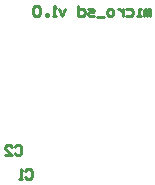
<source format=gbo>
G04 Layer_Color=13813960*
%FSLAX25Y25*%
%MOIN*%
G70*
G01*
G75*
%ADD15C,0.01000*%
D15*
X165867Y428666D02*
X166401Y429199D01*
X167467D01*
X168000Y428666D01*
Y426533D01*
X167467Y426000D01*
X166401D01*
X165867Y426533D01*
X162668Y426000D02*
X164801D01*
X162668Y428133D01*
Y428666D01*
X163201Y429199D01*
X164268D01*
X164801Y428666D01*
X169367Y420666D02*
X169901Y421199D01*
X170967D01*
X171500Y420666D01*
Y418533D01*
X170967Y418000D01*
X169901D01*
X169367Y418533D01*
X168301Y418000D02*
X167235D01*
X167768D01*
Y421199D01*
X168301Y420666D01*
X211000Y472500D02*
Y474633D01*
X210467D01*
X209934Y474099D01*
Y472500D01*
Y474099D01*
X209401Y474633D01*
X208867Y474099D01*
Y472500D01*
X207801D02*
X206735D01*
X207268D01*
Y474633D01*
X207801D01*
X203003D02*
X204602D01*
X205135Y474099D01*
Y473033D01*
X204602Y472500D01*
X203003D01*
X201936Y474633D02*
Y472500D01*
Y473566D01*
X201403Y474099D01*
X200870Y474633D01*
X200337D01*
X198204Y472500D02*
X197138D01*
X196605Y473033D01*
Y474099D01*
X197138Y474633D01*
X198204D01*
X198737Y474099D01*
Y473033D01*
X198204Y472500D01*
X195538Y471967D02*
X193406D01*
X192339Y472500D02*
X190740D01*
X190207Y473033D01*
X190740Y473566D01*
X191806D01*
X192339Y474099D01*
X191806Y474633D01*
X190207D01*
X187008Y475699D02*
Y472500D01*
X188607D01*
X189140Y473033D01*
Y474099D01*
X188607Y474633D01*
X187008D01*
X182742D02*
X181676Y472500D01*
X180610Y474633D01*
X179543Y472500D02*
X178477D01*
X179010D01*
Y475699D01*
X179543Y475166D01*
X176878Y472500D02*
Y473033D01*
X176345D01*
Y472500D01*
X176878D01*
X174212Y475166D02*
X173679Y475699D01*
X172612D01*
X172079Y475166D01*
Y473033D01*
X172612Y472500D01*
X173679D01*
X174212Y473033D01*
Y475166D01*
M02*

</source>
